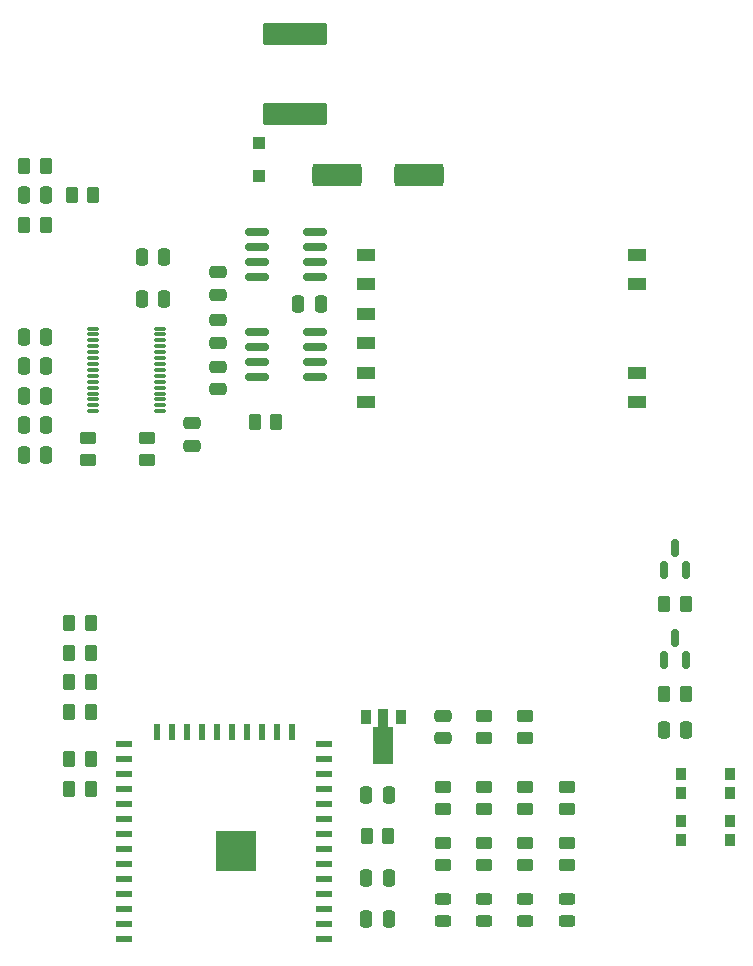
<source format=gbr>
%TF.GenerationSoftware,KiCad,Pcbnew,(6.0.0-0)*%
%TF.CreationDate,2022-03-12T23:02:06-06:00*%
%TF.ProjectId,SmartNeonPSU,536d6172-744e-4656-9f6e-5053552e6b69,rev?*%
%TF.SameCoordinates,Original*%
%TF.FileFunction,Paste,Top*%
%TF.FilePolarity,Positive*%
%FSLAX46Y46*%
G04 Gerber Fmt 4.6, Leading zero omitted, Abs format (unit mm)*
G04 Created by KiCad (PCBNEW (6.0.0-0)) date 2022-03-12 23:02:06*
%MOMM*%
%LPD*%
G01*
G04 APERTURE LIST*
G04 Aperture macros list*
%AMRoundRect*
0 Rectangle with rounded corners*
0 $1 Rounding radius*
0 $2 $3 $4 $5 $6 $7 $8 $9 X,Y pos of 4 corners*
0 Add a 4 corners polygon primitive as box body*
4,1,4,$2,$3,$4,$5,$6,$7,$8,$9,$2,$3,0*
0 Add four circle primitives for the rounded corners*
1,1,$1+$1,$2,$3*
1,1,$1+$1,$4,$5*
1,1,$1+$1,$6,$7*
1,1,$1+$1,$8,$9*
0 Add four rect primitives between the rounded corners*
20,1,$1+$1,$2,$3,$4,$5,0*
20,1,$1+$1,$4,$5,$6,$7,0*
20,1,$1+$1,$6,$7,$8,$9,0*
20,1,$1+$1,$8,$9,$2,$3,0*%
%AMFreePoly0*
4,1,9,3.862500,-0.866500,0.737500,-0.866500,0.737500,-0.450000,-0.737500,-0.450000,-0.737500,0.450000,0.737500,0.450000,0.737500,0.866500,3.862500,0.866500,3.862500,-0.866500,3.862500,-0.866500,$1*%
G04 Aperture macros list end*
%ADD10RoundRect,0.250000X-0.262500X-0.450000X0.262500X-0.450000X0.262500X0.450000X-0.262500X0.450000X0*%
%ADD11RoundRect,0.250000X-0.450000X0.262500X-0.450000X-0.262500X0.450000X-0.262500X0.450000X0.262500X0*%
%ADD12RoundRect,0.000000X-0.442500X-0.090000X0.442500X-0.090000X0.442500X0.090000X-0.442500X0.090000X0*%
%ADD13R,0.900000X1.000000*%
%ADD14RoundRect,0.250000X0.262500X0.450000X-0.262500X0.450000X-0.262500X-0.450000X0.262500X-0.450000X0*%
%ADD15RoundRect,0.150000X0.150000X-0.587500X0.150000X0.587500X-0.150000X0.587500X-0.150000X-0.587500X0*%
%ADD16R,0.900000X1.300000*%
%ADD17FreePoly0,270.000000*%
%ADD18RoundRect,0.250000X-0.475000X0.250000X-0.475000X-0.250000X0.475000X-0.250000X0.475000X0.250000X0*%
%ADD19RoundRect,0.250000X0.250000X0.475000X-0.250000X0.475000X-0.250000X-0.475000X0.250000X-0.475000X0*%
%ADD20RoundRect,0.150000X-0.825000X-0.150000X0.825000X-0.150000X0.825000X0.150000X-0.825000X0.150000X0*%
%ADD21RoundRect,0.250000X-0.250000X-0.475000X0.250000X-0.475000X0.250000X0.475000X-0.250000X0.475000X0*%
%ADD22RoundRect,0.243750X0.456250X-0.243750X0.456250X0.243750X-0.456250X0.243750X-0.456250X-0.243750X0*%
%ADD23RoundRect,0.250000X0.450000X-0.262500X0.450000X0.262500X-0.450000X0.262500X-0.450000X-0.262500X0*%
%ADD24R,1.528000X1.016000*%
%ADD25RoundRect,0.250000X2.475000X-0.712500X2.475000X0.712500X-2.475000X0.712500X-2.475000X-0.712500X0*%
%ADD26RoundRect,0.250000X0.475000X-0.250000X0.475000X0.250000X-0.475000X0.250000X-0.475000X-0.250000X0*%
%ADD27R,1.400000X0.630000*%
%ADD28R,0.630000X1.400000*%
%ADD29R,3.500000X3.500000*%
%ADD30R,1.100000X1.100000*%
%ADD31RoundRect,0.250000X-1.825000X-0.700000X1.825000X-0.700000X1.825000X0.700000X-1.825000X0.700000X0*%
G04 APERTURE END LIST*
D10*
%TO.C,R23*%
X139587500Y-90450000D03*
X141412500Y-90450000D03*
%TD*%
D11*
%TO.C,R4*%
X159000000Y-115337500D03*
X159000000Y-117162500D03*
%TD*%
D12*
%TO.C,U2*%
X125887500Y-82500000D03*
X125887500Y-83000000D03*
X125887500Y-83500000D03*
X125887500Y-84000000D03*
X125887500Y-84500000D03*
X125887500Y-85000000D03*
X125887500Y-85500000D03*
X125887500Y-86000000D03*
X125887500Y-86500000D03*
X125887500Y-87000000D03*
X125887500Y-87500000D03*
X125887500Y-88000000D03*
X125887500Y-88500000D03*
X125887500Y-89000000D03*
X125887500Y-89500000D03*
X131612500Y-89500000D03*
X131612500Y-89000000D03*
X131612500Y-88500000D03*
X131612500Y-88000000D03*
X131612500Y-87500000D03*
X131612500Y-87000000D03*
X131612500Y-86500000D03*
X131612500Y-86000000D03*
X131612500Y-85500000D03*
X131612500Y-85000000D03*
X131612500Y-84500000D03*
X131612500Y-84000000D03*
X131612500Y-83500000D03*
X131612500Y-83000000D03*
X131612500Y-82500000D03*
%TD*%
D10*
%TO.C,R8*%
X123897500Y-107450000D03*
X125722500Y-107450000D03*
%TD*%
D13*
%TO.C,SW2*%
X175700000Y-124200000D03*
X179800000Y-124200000D03*
X179800000Y-125800000D03*
X175700000Y-125800000D03*
%TD*%
D14*
%TO.C,R7*%
X125722500Y-121460000D03*
X123897500Y-121460000D03*
%TD*%
D11*
%TO.C,R14*%
X159000000Y-126087500D03*
X159000000Y-127912500D03*
%TD*%
D15*
%TO.C,Q2*%
X174240000Y-102967500D03*
X176140000Y-102967500D03*
X175190000Y-101092500D03*
%TD*%
D16*
%TO.C,U1*%
X152000000Y-115350000D03*
D17*
X150500000Y-115437500D03*
D16*
X149000000Y-115350000D03*
%TD*%
D18*
%TO.C,C4*%
X155500000Y-115300000D03*
X155500000Y-117200000D03*
%TD*%
D11*
%TO.C,R2*%
X155500000Y-121337500D03*
X155500000Y-123162500D03*
%TD*%
D14*
%TO.C,R1*%
X125722500Y-109950000D03*
X123897500Y-109950000D03*
%TD*%
D19*
%TO.C,C3*%
X121950000Y-88200000D03*
X120050000Y-88200000D03*
%TD*%
D20*
%TO.C,Q4*%
X139775000Y-82795000D03*
X139775000Y-84065000D03*
X139775000Y-85335000D03*
X139775000Y-86605000D03*
X144725000Y-86605000D03*
X144725000Y-85335000D03*
X144725000Y-84065000D03*
X144725000Y-82795000D03*
%TD*%
D21*
%TO.C,C7*%
X120050000Y-93200000D03*
X121950000Y-93200000D03*
%TD*%
D10*
%TO.C,R19*%
X174277500Y-113460000D03*
X176102500Y-113460000D03*
%TD*%
%TO.C,R6*%
X123897500Y-112450000D03*
X125722500Y-112450000D03*
%TD*%
D11*
%TO.C,R24*%
X130486222Y-91787500D03*
X130486222Y-93612500D03*
%TD*%
D22*
%TO.C,D3*%
X162500000Y-132682725D03*
X162500000Y-130807725D03*
%TD*%
D21*
%TO.C,C10*%
X130050000Y-76450000D03*
X131950000Y-76450000D03*
%TD*%
D23*
%TO.C,R3*%
X162500000Y-123162500D03*
X162500000Y-121337500D03*
%TD*%
D11*
%TO.C,R17*%
X155500000Y-126087500D03*
X155500000Y-127912500D03*
%TD*%
D21*
%TO.C,C6*%
X120050000Y-85700000D03*
X121950000Y-85700000D03*
%TD*%
%TO.C,C13*%
X120050000Y-71200000D03*
X121950000Y-71200000D03*
%TD*%
D11*
%TO.C,R25*%
X125500000Y-91787500D03*
X125500000Y-93612500D03*
%TD*%
D23*
%TO.C,R20*%
X166000000Y-123162500D03*
X166000000Y-121337500D03*
%TD*%
D14*
%TO.C,R16*%
X121912500Y-73700000D03*
X120087500Y-73700000D03*
%TD*%
D18*
%TO.C,C11*%
X136500000Y-81800000D03*
X136500000Y-83700000D03*
%TD*%
D21*
%TO.C,C9*%
X149050000Y-122000000D03*
X150950000Y-122000000D03*
%TD*%
D22*
%TO.C,D2*%
X166000000Y-132687500D03*
X166000000Y-130812500D03*
%TD*%
D10*
%TO.C,R13*%
X120087500Y-68700000D03*
X121912500Y-68700000D03*
%TD*%
D19*
%TO.C,C19*%
X145200000Y-80450000D03*
X143300000Y-80450000D03*
%TD*%
D11*
%TO.C,R10*%
X162500000Y-115337500D03*
X162500000Y-117162500D03*
%TD*%
D10*
%TO.C,R12*%
X124087500Y-71200000D03*
X125912500Y-71200000D03*
%TD*%
D21*
%TO.C,C17*%
X149050000Y-132500000D03*
X150950000Y-132500000D03*
%TD*%
D10*
%TO.C,R18*%
X174277500Y-105840000D03*
X176102500Y-105840000D03*
%TD*%
%TO.C,R15*%
X149087500Y-125500000D03*
X150912500Y-125500000D03*
%TD*%
D22*
%TO.C,D4*%
X155500000Y-132681414D03*
X155500000Y-130806414D03*
%TD*%
D21*
%TO.C,C8*%
X120050000Y-90700000D03*
X121950000Y-90700000D03*
%TD*%
D24*
%TO.C,TR1*%
X149000000Y-76250000D03*
X149000000Y-78750000D03*
X149000000Y-81250000D03*
X149000000Y-83750000D03*
X149000000Y-86250000D03*
X149000000Y-88750000D03*
X172000000Y-88750000D03*
X172000000Y-86250000D03*
X172000000Y-78750000D03*
X172000000Y-76250000D03*
%TD*%
D21*
%TO.C,C12*%
X130050000Y-79988216D03*
X131950000Y-79988216D03*
%TD*%
D19*
%TO.C,C5*%
X121950000Y-83200000D03*
X120050000Y-83200000D03*
%TD*%
D22*
%TO.C,D5*%
X159000000Y-132685346D03*
X159000000Y-130810346D03*
%TD*%
D25*
%TO.C,F1*%
X143000000Y-64337500D03*
X143000000Y-57562500D03*
%TD*%
D26*
%TO.C,C21*%
X134250000Y-92400000D03*
X134250000Y-90500000D03*
%TD*%
D14*
%TO.C,R11*%
X125722500Y-114979974D03*
X123897500Y-114979974D03*
%TD*%
D11*
%TO.C,R22*%
X166000000Y-126087500D03*
X166000000Y-127912500D03*
%TD*%
%TO.C,R21*%
X162500000Y-126087500D03*
X162500000Y-127912500D03*
%TD*%
D27*
%TO.C,U3*%
X145500000Y-134205000D03*
X145500000Y-132935000D03*
X145500000Y-131665000D03*
X145500000Y-130395000D03*
X145500000Y-129125000D03*
X145500000Y-127855000D03*
X145500000Y-126585000D03*
X145500000Y-125315000D03*
X145500000Y-124045000D03*
X145500000Y-122775000D03*
X145500000Y-121505000D03*
X145500000Y-120235000D03*
X145500000Y-118965000D03*
X145500000Y-117695000D03*
D28*
X142715000Y-116695000D03*
X141445000Y-116695000D03*
X140175000Y-116695000D03*
X138905000Y-116695000D03*
X137635000Y-116695000D03*
X136365000Y-116695000D03*
X135095000Y-116695000D03*
X133825000Y-116695000D03*
X132555000Y-116695000D03*
X131285000Y-116695000D03*
D27*
X128500000Y-117695000D03*
X128500000Y-118965000D03*
X128500000Y-120235000D03*
X128500000Y-121505000D03*
X128500000Y-122775000D03*
X128500000Y-124045000D03*
X128500000Y-125315000D03*
X128500000Y-126585000D03*
X128500000Y-127855000D03*
X128500000Y-129125000D03*
X128500000Y-130395000D03*
X128500000Y-131665000D03*
X128500000Y-132935000D03*
X128500000Y-134205000D03*
D29*
X138000000Y-126705000D03*
%TD*%
D19*
%TO.C,C16*%
X176140000Y-116450000D03*
X174240000Y-116450000D03*
%TD*%
D15*
%TO.C,Q1*%
X174240000Y-110587500D03*
X176140000Y-110587500D03*
X175190000Y-108712500D03*
%TD*%
D13*
%TO.C,SW1*%
X179800000Y-120200000D03*
X175700000Y-120200000D03*
X179800000Y-121800000D03*
X175700000Y-121800000D03*
%TD*%
D18*
%TO.C,C14*%
X136500000Y-77750000D03*
X136500000Y-79650000D03*
%TD*%
D21*
%TO.C,C18*%
X149050000Y-129000000D03*
X150950000Y-129000000D03*
%TD*%
D18*
%TO.C,C15*%
X136500000Y-85750000D03*
X136500000Y-87650000D03*
%TD*%
D14*
%TO.C,R9*%
X125722500Y-118920000D03*
X123897500Y-118920000D03*
%TD*%
D23*
%TO.C,R5*%
X159000000Y-123162500D03*
X159000000Y-121337500D03*
%TD*%
D20*
%TO.C,Q3*%
X139775000Y-74295000D03*
X139775000Y-75565000D03*
X139775000Y-76835000D03*
X139775000Y-78105000D03*
X144725000Y-78105000D03*
X144725000Y-76835000D03*
X144725000Y-75565000D03*
X144725000Y-74295000D03*
%TD*%
D30*
%TO.C,D1*%
X140000000Y-69600000D03*
X140000000Y-66800000D03*
%TD*%
D31*
%TO.C,C1*%
X146525000Y-69500000D03*
X153475000Y-69500000D03*
%TD*%
M02*

</source>
